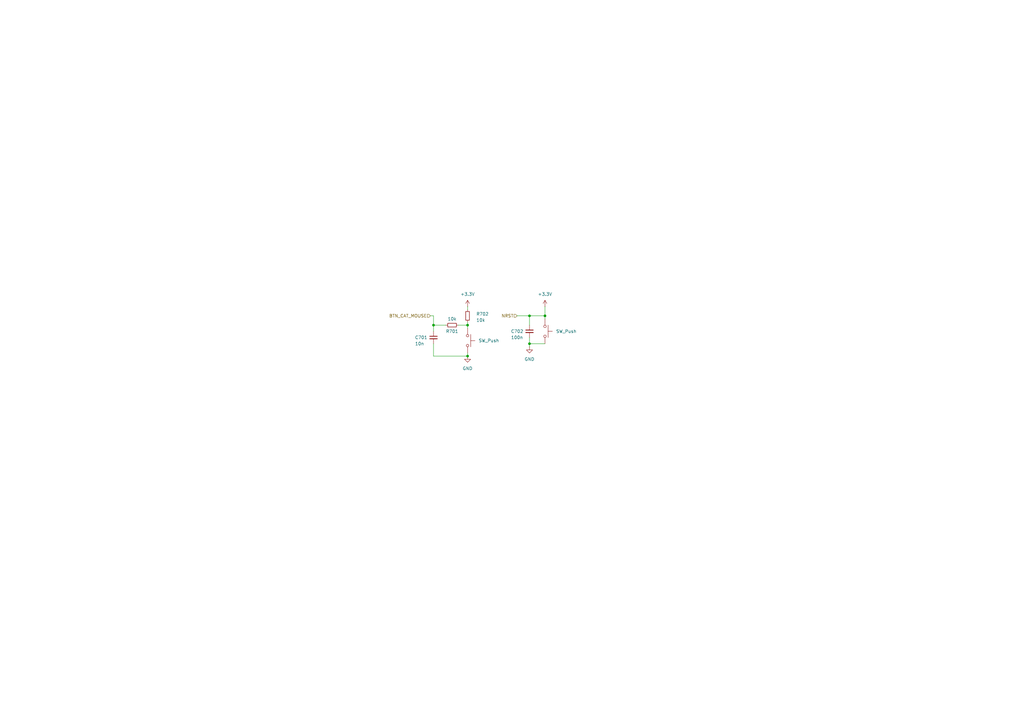
<source format=kicad_sch>
(kicad_sch (version 20231120) (generator "eeschema") (generator_version "8.0")
  (paper "A3")
  (lib_symbols
    (symbol "+3.3V_2" (power) (pin_numbers hide) (pin_names (offset 0) hide)
      (property "Value" "+3.3V" (at 0 3.556 0))
      (symbol "+3.3V_2_0_1"
        (polyline (pts (xy -0.762 1.27) (xy 0 2.54)))
        (polyline (pts (xy 0 0) (xy 0 2.54)))
        (polyline (pts (xy 0 2.54) (xy 0.762 1.27)))
      )
      (symbol "+3.3V_2_1_1"
        (pin power_in line (at 0 0 90) (length 0) (name "~") (number "1"))
      )
    )
    (symbol "Device:C_Small" (pin_numbers hide) (pin_names (offset 0.254) hide)
      (property "Reference" "C" (at 0.254 1.778 0))
      (property "Value" "C_Small" (at 0.254 -2.032 0))
      (symbol "C_Small_0_1"
        (polyline (pts (xy -1.524 -0.508) (xy 1.524 -0.508)) (stroke (width 0.3302)))
        (polyline (pts (xy -1.524 0.508) (xy 1.524 0.508)) (stroke (width 0.3048)))
      )
      (symbol "C_Small_1_1"
        (pin passive line (at 0 2.54 270) (length 2.032) (name "~") (number "1"))
        (pin passive line (at 0 -2.54 90) (length 2.032) (name "~") (number "2"))
      )
    )
    (symbol "Device:R_Small" (pin_numbers hide) (pin_names (offset 0.254) hide)
      (property "Reference" "R" (at 0.762 0.508 0))
      (property "Value" "R_Small" (at 0.762 -1.016 0))
      (symbol "R_Small_0_1"
        (rectangle (start -0.762 1.778) (end 0.762 -1.778) (stroke (width 0.2032)))
      )
      (symbol "R_Small_1_1"
        (pin passive line (at 0 2.54 270) (length 0.762) (name "~") (number "1"))
        (pin passive line (at 0 -2.54 90) (length 0.762) (name "~") (number "2"))
      )
    )
    (symbol "GND_6" (power) (pin_numbers hide) (pin_names (offset 0) hide)
      (property "Value" "GND" (at 0 -3.81 0))
      (symbol "GND_6_0_1"
        (polyline (pts (xy 0 0) (xy 0 -1.27) (xy 1.27 -1.27) (xy 0 -2.54) (xy -1.27 -1.27) (xy 0 -1.27)))
      )
      (symbol "GND_6_1_1"
        (pin power_in line (at 0 0 270) (length 0) (name "~") (number "1"))
      )
    )
    (symbol "Switch:SW_Push" (pin_numbers hide) (pin_names (offset 1.016) hide)
      (property "Reference" "SW" (at 1.27 2.54 0))
      (property "Value" "SW_Push" (at 0 -1.524 0))
      (symbol "SW_Push_0_1"
        (circle (center -2.032 0) (radius 0.508))
        (polyline (pts (xy 0 1.27) (xy 0 3.048)))
        (polyline (pts (xy 2.54 1.27) (xy -2.54 1.27)))
        (circle (center 2.032 0) (radius 0.508))
        (pin passive line (at -5.08 0 0) (length 2.54) (name "1") (number "1"))
        (pin passive line (at 5.08 0 180) (length 2.54) (name "2") (number "2"))
      )
    )
  )
  (junction (at 217.17 140.97))
  (junction (at 191.77 146.05))
  (junction (at 191.77 133.35))
  (junction (at 217.17 129.54))
  (junction (at 223.52 129.54))
  (junction (at 177.8 133.35))
  (wire (pts (xy 177.8 146.05) (xy 191.77 146.05)))
  (wire (pts (xy 217.17 142.24) (xy 217.17 140.97)))
  (wire (pts (xy 217.17 129.54) (xy 223.52 129.54)))
  (wire (pts (xy 177.8 129.54) (xy 177.8 133.35)))
  (wire (pts (xy 177.8 129.54) (xy 176.53 129.54)))
  (wire (pts (xy 217.17 140.97) (xy 223.52 140.97)))
  (wire (pts (xy 212.09 129.54) (xy 217.17 129.54)))
  (wire (pts (xy 217.17 138.43) (xy 217.17 140.97)))
  (wire (pts (xy 191.77 132.08) (xy 191.77 133.35)))
  (wire (pts (xy 177.8 135.89) (xy 177.8 133.35)))
  (wire (pts (xy 177.8 140.97) (xy 177.8 146.05)))
  (wire (pts (xy 191.77 133.35) (xy 191.77 134.62)))
  (wire (pts (xy 177.8 133.35) (xy 182.88 133.35)))
  (wire (pts (xy 223.52 129.54) (xy 223.52 130.81)))
  (wire (pts (xy 217.17 129.54) (xy 217.17 133.35)))
  (wire (pts (xy 191.77 125.73) (xy 191.77 127)))
  (wire (pts (xy 191.77 144.78) (xy 191.77 146.05)))
  (wire (pts (xy 187.96 133.35) (xy 191.77 133.35)))
  (wire (pts (xy 223.52 125.73) (xy 223.52 129.54)))
  (hierarchical_label "NRST" (shape input) (at 212.09 129.54 180))
  (hierarchical_label "BTN_CAT_MOUSE" (shape input) (at 176.53 129.54 180))
  (symbol (lib_name "GND_6") (lib_id "power:GND") (at 191.77 146.05 0) (unit 1)
    (property "Reference" "#PWR0702" (effects (hide yes)))
    (property "Value" "GND" (at 191.77 151.13 0))
    (property "Description" "Power symbol creates a global label with name \"GND\" , ground" (effects (hide yes)))
  )
  (symbol (lib_id "Switch:SW_Push") (at 223.52 135.89 270) (unit 1)
    (property "Reference" "SW702" (effects (hide yes)))
    (property "Value" "SW_Push" (at 236.474 135.89 90) (effects (justify right)))
    (property "Footprint" "Button_Switch_SMD:SW_Push_1P1T_NO_6x6mm_H9.5mm" (effects (hide yes)))
  )
  (symbol (lib_id "Device:C_Small") (at 217.17 135.89 0) (unit 1)
    (property "Reference" "C702" (at 209.55 135.89 0) (effects (justify left)))
    (property "Value" "100n" (at 209.55 138.43 0) (effects (justify left)))
    (property "Footprint" "Capacitor_SMD:C_0402_1005Metric" (effects (hide yes)))
  )
  (symbol (lib_id "Device:R_Small") (at 185.42 133.35 270) (unit 1)
    (property "Reference" "R701" (at 185.42 135.89 90))
    (property "Value" "10k" (at 185.42 130.81 90))
    (property "Footprint" "Resistor_SMD:R_0402_1005Metric" (effects (hide yes)))
  )
  (symbol (lib_name "+3.3V_2") (lib_id "power:+3.3V") (at 223.52 125.73 0) (unit 1)
    (property "Reference" "#PWR0704" (effects (hide yes)))
    (property "Value" "+3.3V" (at 223.52 120.65 0))
    (property "Description" "Power symbol creates a global label with name \"+3.3V\"" (effects (hide yes)))
  )
  (symbol (lib_id "Device:C_Small") (at 177.8 138.43 0) (unit 1)
    (property "Reference" "C701" (at 170.18 138.43 0) (effects (justify left)))
    (property "Value" "10n" (at 170.18 140.97 0) (effects (justify left)))
    (property "Footprint" "Capacitor_SMD:C_0402_1005Metric" (effects (hide yes)))
  )
  (symbol (lib_name "GND_6") (lib_id "power:GND") (at 217.17 142.24 0) (unit 1)
    (property "Reference" "#PWR0703" (effects (hide yes)))
    (property "Value" "GND" (at 217.17 147.32 0))
    (property "Description" "Power symbol creates a global label with name \"GND\" , ground" (effects (hide yes)))
  )
  (symbol (lib_name "+3.3V_2") (lib_id "power:+3.3V") (at 191.77 125.73 0) (unit 1)
    (property "Reference" "#PWR0701" (effects (hide yes)))
    (property "Value" "+3.3V" (at 191.77 120.65 0))
    (property "Description" "Power symbol creates a global label with name \"+3.3V\"" (effects (hide yes)))
  )
  (symbol (lib_id "Switch:SW_Push") (at 191.77 139.7 270) (unit 1)
    (property "Reference" "SW701" (effects (hide yes)))
    (property "Value" "SW_Push" (at 204.724 139.7 90) (effects (justify right)))
    (property "Footprint" "Button_Switch_SMD:SW_Push_1P1T_NO_6x6mm_H9.5mm" (effects (hide yes)))
  )
  (symbol (lib_id "Device:R_Small") (at 191.77 129.54 0) (unit 1)
    (property "Reference" "R702" (at 195.326 128.778 0) (effects (justify left)))
    (property "Value" "10k" (at 195.326 131.318 0) (effects (justify left)))
    (property "Footprint" "Resistor_SMD:R_0402_1005Metric" (effects (hide yes)))
  )
)
</source>
